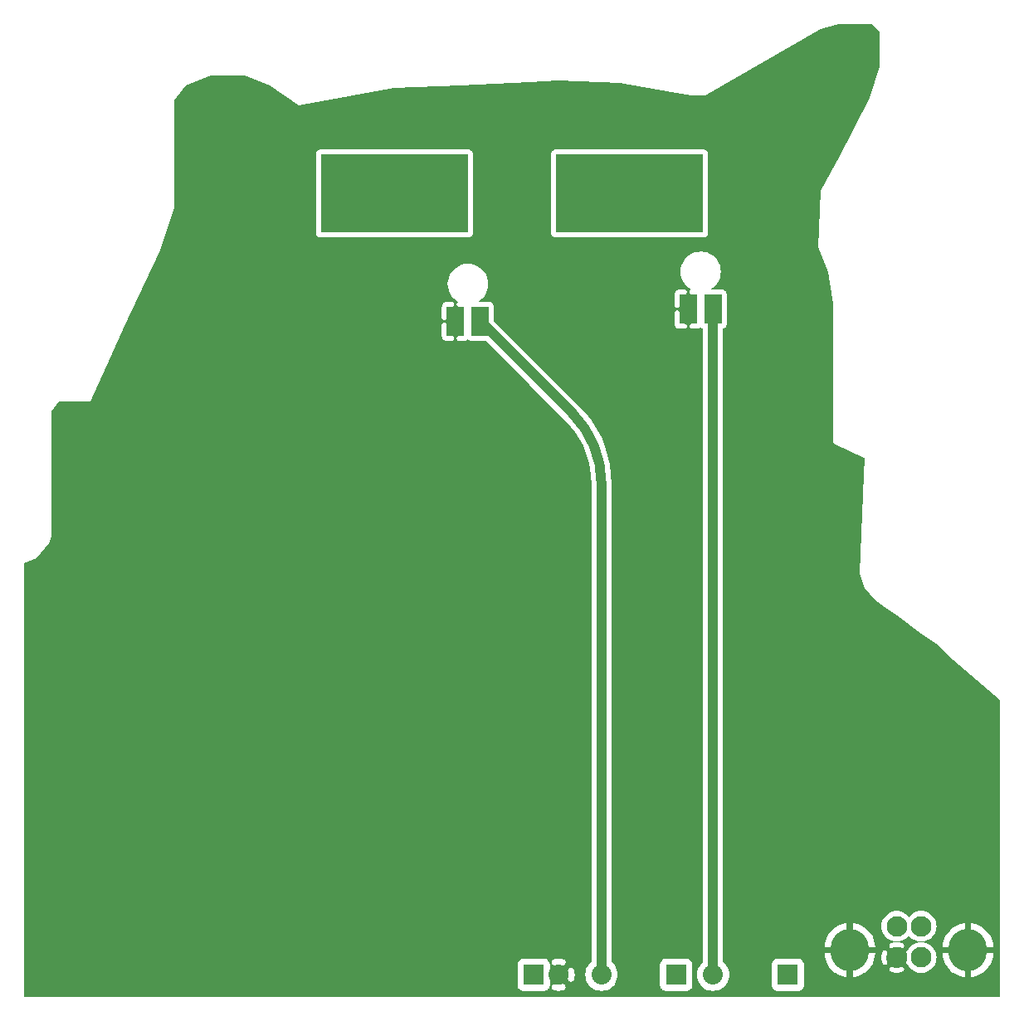
<source format=gbl>
G04 start of page 2 for group 8 layer_idx 1 *
G04 Title: (unknown), bottom_copper *
G04 Creator: pcb-rnd 3.1.5-dev *
G04 CreationDate: 2024-04-03 12:21:39 UTC *
G04 For: STEM4ukraine *
G04 Format: Gerber/RS-274X *
G04 PCB-Dimensions: 393701 393701 *
G04 PCB-Coordinate-Origin: lower left *
%MOIN*%
%FSLAX25Y25*%
%LNBOTTOM_COPPER_NONE_8*%
%ADD25C,0.1220*%
%ADD24C,0.0394*%
%ADD23C,0.0374*%
%ADD22C,0.0800*%
%ADD21C,0.1535*%
%ADD20C,0.0827*%
%ADD19C,0.0400*%
%ADD18C,0.0001*%
G54D18*G36*
X273262Y269630D02*X273553Y269509D01*
X273638Y269489D01*
Y14974D01*
X273152Y14560D01*
Y269697D01*
X273262Y269630D01*
G37*
G36*
X392717Y120079D02*Y984D01*
X385700D01*
Y10455D01*
X386000Y10639D01*
X387219Y11679D01*
X388259Y12897D01*
X389096Y14263D01*
X389709Y15743D01*
X390083Y17301D01*
X390150Y18435D01*
X385700D01*
Y20935D01*
X390150D01*
X390083Y22069D01*
X389709Y23627D01*
X389096Y25107D01*
X388259Y26473D01*
X387219Y27691D01*
X386000Y28731D01*
X385700Y28915D01*
Y126286D01*
X392717Y120079D01*
G37*
G36*
X385700Y126286D02*Y28915D01*
X384635Y29568D01*
X383155Y30181D01*
X381597Y30555D01*
X381250Y30583D01*
Y20935D01*
X385700D01*
Y18435D01*
X381250D01*
Y8787D01*
X381597Y8815D01*
X383155Y9189D01*
X384635Y9802D01*
X385700Y10455D01*
Y984D01*
X374300D01*
Y10455D01*
X375365Y9802D01*
X376845Y9189D01*
X378403Y8815D01*
X378750Y8787D01*
Y18435D01*
X374300D01*
Y20935D01*
X378750D01*
Y30583D01*
X378403Y30555D01*
X376845Y30181D01*
X375365Y29568D01*
X374300Y28915D01*
Y136370D01*
X385700Y126286D01*
G37*
G36*
X367126Y142717D02*X374300Y136370D01*
Y28915D01*
X374000Y28731D01*
X372781Y27691D01*
X371741Y26473D01*
X370904Y25107D01*
X370291Y23627D01*
X369917Y22069D01*
X369850Y20935D01*
X374300D01*
Y18435D01*
X369850D01*
X369917Y17301D01*
X370291Y15743D01*
X370904Y14263D01*
X371741Y12897D01*
X372781Y11679D01*
X374000Y10639D01*
X374300Y10455D01*
Y984D01*
X361211D01*
Y10580D01*
X361220Y10580D01*
X362183Y10655D01*
X363122Y10881D01*
X364014Y11250D01*
X364837Y11755D01*
X365571Y12382D01*
X366198Y13116D01*
X366703Y13939D01*
X367072Y14831D01*
X367298Y15770D01*
X367354Y16732D01*
X367298Y17695D01*
X367072Y18634D01*
X366703Y19526D01*
X366198Y20349D01*
X365571Y21083D01*
X364837Y21710D01*
X364014Y22214D01*
X363122Y22584D01*
X362183Y22809D01*
X361220Y22885D01*
X361211Y22884D01*
Y23179D01*
X361220Y23178D01*
X362183Y23254D01*
X363122Y23479D01*
X364014Y23849D01*
X364837Y24353D01*
X365571Y24980D01*
X366198Y25714D01*
X366703Y26537D01*
X367072Y27429D01*
X367298Y28368D01*
X367354Y29331D01*
X367298Y30293D01*
X367072Y31232D01*
X366703Y32124D01*
X366198Y32947D01*
X365571Y33681D01*
X364837Y34308D01*
X364014Y34813D01*
X363122Y35182D01*
X362183Y35408D01*
X361220Y35483D01*
X361211Y35483D01*
Y146975D01*
X367126Y142717D01*
G37*
G36*
X351380Y984D02*Y10598D01*
X351648D01*
X352186Y10646D01*
X352717Y10740D01*
X353238Y10881D01*
X353745Y11067D01*
X353886Y11138D01*
X354014Y11232D01*
X354125Y11344D01*
X354218Y11472D01*
X354289Y11613D01*
X354337Y11763D01*
X354362Y11920D01*
X354361Y12078D01*
X354336Y12234D01*
X354287Y12384D01*
X354214Y12524D01*
X354121Y12652D01*
X354009Y12763D01*
X353881Y12856D01*
X353740Y12927D01*
X353589Y12975D01*
X353433Y13000D01*
X353275Y12999D01*
X353119Y12974D01*
X352970Y12922D01*
X352631Y12793D01*
X352280Y12698D01*
X351922Y12634D01*
X351560Y12602D01*
X351380D01*
Y20862D01*
X351560D01*
X351922Y20830D01*
X352280Y20767D01*
X352631Y20672D01*
X352972Y20547D01*
X353120Y20495D01*
X353276Y20469D01*
X353433Y20469D01*
X353589Y20493D01*
X353738Y20541D01*
X353879Y20612D01*
X354006Y20704D01*
X354118Y20815D01*
X354211Y20942D01*
X354283Y21082D01*
X354332Y21232D01*
X354357Y21387D01*
X354358Y21545D01*
X354334Y21700D01*
X354285Y21850D01*
X354214Y21991D01*
X354122Y22118D01*
X354011Y22230D01*
X353884Y22323D01*
X353743Y22392D01*
X353238Y22583D01*
X352717Y22724D01*
X352186Y22819D01*
X351648Y22866D01*
X351380D01*
Y23178D01*
X352340Y23254D01*
X353279Y23479D01*
X354171Y23849D01*
X354994Y24353D01*
X355729Y24980D01*
X356299Y25648D01*
X356870Y24980D01*
X357604Y24353D01*
X358427Y23849D01*
X359319Y23479D01*
X360258Y23254D01*
X361211Y23179D01*
Y22884D01*
X360258Y22809D01*
X359319Y22584D01*
X358427Y22214D01*
X357604Y21710D01*
X356870Y21083D01*
X356243Y20349D01*
X355830Y19675D01*
X355727Y19641D01*
X355586Y19569D01*
X355458Y19476D01*
X355347Y19363D01*
X355255Y19235D01*
X355183Y19094D01*
X355135Y18944D01*
X355111Y18788D01*
X355111Y18630D01*
X355136Y18474D01*
X355188Y18325D01*
X355254Y18153D01*
X355143Y17695D01*
X355068Y16732D01*
X355143Y15770D01*
X355254Y15308D01*
X355192Y15138D01*
X355140Y14990D01*
X355115Y14835D01*
X355115Y14677D01*
X355139Y14522D01*
X355187Y14372D01*
X355258Y14231D01*
X355350Y14104D01*
X355461Y13992D01*
X355588Y13899D01*
X355728Y13827D01*
X355827Y13795D01*
X356243Y13116D01*
X356870Y12382D01*
X357604Y11755D01*
X358427Y11250D01*
X359319Y10881D01*
X360258Y10655D01*
X361211Y10580D01*
Y984D01*
X351380D01*
G37*
G36*
X361211Y146975D02*Y35483D01*
X360258Y35408D01*
X359319Y35182D01*
X358427Y34813D01*
X357604Y34308D01*
X356870Y33681D01*
X356299Y33013D01*
X355729Y33681D01*
X354994Y34308D01*
X354171Y34813D01*
X353279Y35182D01*
X352340Y35408D01*
X351380Y35483D01*
Y154054D01*
X361211Y146975D01*
G37*
G36*
X347027Y24980D02*X347761Y24353D01*
X348585Y23849D01*
X349477Y23479D01*
X350415Y23254D01*
X351378Y23178D01*
X351380Y23178D01*
Y22866D01*
X351108D01*
X350570Y22819D01*
X350039Y22724D01*
X349517Y22583D01*
X349011Y22397D01*
X348870Y22326D01*
X348742Y22233D01*
X348631Y22121D01*
X348538Y21993D01*
X348467Y21852D01*
X348418Y21701D01*
X348394Y21545D01*
X348395Y21387D01*
X348420Y21231D01*
X348469Y21081D01*
X348541Y20940D01*
X348635Y20813D01*
X348747Y20701D01*
X348875Y20609D01*
X349016Y20538D01*
X349166Y20489D01*
X349323Y20465D01*
X349481Y20465D01*
X349637Y20491D01*
X349786Y20543D01*
X350125Y20672D01*
X350476Y20767D01*
X350834Y20830D01*
X351196Y20862D01*
X351380D01*
Y12602D01*
X351196D01*
X350834Y12634D01*
X350476Y12698D01*
X350125Y12793D01*
X349784Y12918D01*
X349636Y12970D01*
X349480Y12995D01*
X349323Y12996D01*
X349167Y12971D01*
X349018Y12923D01*
X348877Y12852D01*
X348749Y12760D01*
X348638Y12649D01*
X348545Y12522D01*
X348473Y12382D01*
X348424Y12233D01*
X348399Y12077D01*
X348398Y11920D01*
X348422Y11764D01*
X348471Y11614D01*
X348542Y11474D01*
X348634Y11346D01*
X348745Y11235D01*
X348872Y11142D01*
X349013Y11073D01*
X349517Y10881D01*
X350039Y10740D01*
X350570Y10646D01*
X351108Y10598D01*
X351380D01*
Y984D01*
X346445D01*
Y13767D01*
X346565Y13749D01*
X346723Y13749D01*
X346879Y13774D01*
X347029Y13824D01*
X347170Y13896D01*
X347298Y13989D01*
X347409Y14101D01*
X347501Y14229D01*
X347573Y14370D01*
X347621Y14521D01*
X347645Y14677D01*
X347645Y14835D01*
X347620Y14991D01*
X347567Y15140D01*
X347438Y15480D01*
X347344Y15831D01*
X347280Y16188D01*
X347248Y16551D01*
Y16914D01*
X347280Y17276D01*
X347344Y17634D01*
X347438Y17985D01*
X347564Y18326D01*
X347616Y18475D01*
X347641Y18630D01*
X347641Y18787D01*
X347617Y18943D01*
X347569Y19093D01*
X347498Y19233D01*
X347406Y19361D01*
X347295Y19472D01*
X347168Y19565D01*
X347028Y19637D01*
X346878Y19686D01*
X346723Y19711D01*
X346565Y19712D01*
X346445Y19693D01*
Y25662D01*
X347027Y24980D01*
G37*
G36*
X351380Y154054D02*Y35483D01*
X351378Y35483D01*
X350415Y35408D01*
X349477Y35182D01*
X348585Y34813D01*
X347761Y34308D01*
X347027Y33681D01*
X346445Y32999D01*
Y157607D01*
X351380Y154054D01*
G37*
G36*
X338583Y165354D02*X342520Y160433D01*
X346445Y157607D01*
Y32999D01*
X346400Y32947D01*
X345896Y32124D01*
X345526Y31232D01*
X345301Y30293D01*
X345225Y29331D01*
X345301Y28368D01*
X345526Y27429D01*
X345896Y26537D01*
X346400Y25714D01*
X346445Y25662D01*
Y19693D01*
X346410Y19688D01*
X346260Y19640D01*
X346120Y19569D01*
X345992Y19477D01*
X345880Y19366D01*
X345787Y19239D01*
X345718Y19097D01*
X345527Y18593D01*
X345386Y18072D01*
X345292Y17540D01*
X345244Y17002D01*
Y16462D01*
X345292Y15925D01*
X345386Y15393D01*
X345527Y14872D01*
X345713Y14365D01*
X345784Y14224D01*
X345877Y14096D01*
X345989Y13985D01*
X346118Y13892D01*
X346259Y13821D01*
X346409Y13773D01*
X346445Y13767D01*
Y984D01*
X338298D01*
Y10455D01*
X338599Y10639D01*
X339817Y11679D01*
X340857Y12897D01*
X341694Y14263D01*
X342307Y15743D01*
X342681Y17301D01*
X342748Y18435D01*
X338298D01*
Y20935D01*
X342748D01*
X342681Y22069D01*
X342307Y23627D01*
X341694Y25107D01*
X340857Y26473D01*
X339817Y27691D01*
X338599Y28731D01*
X338298Y28915D01*
Y166207D01*
X338583Y165354D01*
G37*
G36*
Y217520D02*X338298Y210838D01*
Y217651D01*
X338583Y217520D01*
G37*
G36*
X338298Y217651D02*Y210838D01*
X336614Y171260D01*
X338298Y166207D01*
Y28915D01*
X337233Y29568D01*
X335753Y30181D01*
X334195Y30555D01*
X333848Y30583D01*
Y20935D01*
X338298D01*
Y18435D01*
X333848D01*
Y8787D01*
X334195Y8815D01*
X335753Y9189D01*
X337233Y9802D01*
X338298Y10455D01*
Y984D01*
X326898D01*
Y10455D01*
X327964Y9802D01*
X329444Y9189D01*
X331001Y8815D01*
X331348Y8787D01*
Y18435D01*
X326898D01*
Y20935D01*
X331348D01*
Y30583D01*
X331001Y30555D01*
X329444Y30181D01*
X327964Y29568D01*
X326898Y28915D01*
Y222912D01*
X338298Y217651D01*
G37*
G36*
X327756Y391732D02*X341535D01*
X344488Y388780D01*
Y375000D01*
X340551Y362205D01*
X327756Y337598D01*
X326898Y336006D01*
Y391487D01*
X327756Y391732D01*
G37*
G36*
X320866Y389764D02*X326898Y391487D01*
Y336006D01*
X320866Y324803D01*
X319882Y302165D01*
X323819Y292323D01*
X325787Y279528D01*
Y223425D01*
X326898Y222912D01*
Y28915D01*
X326598Y28731D01*
X325380Y27691D01*
X324340Y26473D01*
X323503Y25107D01*
X322890Y23627D01*
X322516Y22069D01*
X322449Y20935D01*
X326898D01*
Y18435D01*
X322449D01*
X322516Y17301D01*
X322890Y15743D01*
X323503Y14263D01*
X324340Y12897D01*
X325380Y11679D01*
X326598Y10639D01*
X326898Y10455D01*
Y984D01*
X307638D01*
Y3343D01*
X311540D01*
X311638Y3335D01*
X312030Y3366D01*
X312030Y3366D01*
X312413Y3458D01*
X312776Y3608D01*
X313112Y3814D01*
X313411Y4069D01*
X313667Y4369D01*
X313872Y4704D01*
X314023Y5068D01*
X314115Y5450D01*
X314146Y5843D01*
X314138Y5941D01*
Y13745D01*
X314146Y13843D01*
X314115Y14235D01*
X314115Y14235D01*
X314023Y14617D01*
X313872Y14981D01*
X313667Y15317D01*
X313411Y15616D01*
X313112Y15871D01*
X312776Y16077D01*
X312413Y16227D01*
X312030Y16319D01*
X311638Y16350D01*
X311540Y16343D01*
X307638D01*
Y382165D01*
X320866Y389764D01*
G37*
G36*
X274606Y363189D02*X307638Y382165D01*
Y16343D01*
X303736D01*
X303638Y16350D01*
X303246Y16319D01*
X303246Y16319D01*
X302863Y16227D01*
X302499Y16077D01*
X302164Y15871D01*
X301865Y15616D01*
X301609Y15317D01*
X301403Y14981D01*
X301253Y14617D01*
X301161Y14235D01*
X301130Y13843D01*
X301138Y13745D01*
Y5940D01*
X301130Y5843D01*
X301161Y5450D01*
X301161Y5450D01*
X301253Y5068D01*
X301403Y4704D01*
X301609Y4369D01*
X301865Y4069D01*
X302164Y3814D01*
X302499Y3608D01*
X302863Y3458D01*
X303246Y3366D01*
X303638Y3335D01*
X303736Y3343D01*
X307638D01*
Y984D01*
X273152D01*
Y5125D01*
X273805Y4568D01*
X274678Y4033D01*
X275623Y3642D01*
X276618Y3403D01*
X277638Y3322D01*
X278658Y3403D01*
X279653Y3642D01*
X280598Y4033D01*
X281470Y4568D01*
X282248Y5232D01*
X282913Y6010D01*
X283447Y6882D01*
X283839Y7828D01*
X284078Y8823D01*
X284138Y9843D01*
X284078Y10862D01*
X283839Y11857D01*
X283447Y12803D01*
X282913Y13675D01*
X282248Y14453D01*
X281638Y14974D01*
Y269498D01*
X281683Y269509D01*
X281974Y269630D01*
X282242Y269794D01*
X282482Y269999D01*
X282686Y270238D01*
X282851Y270507D01*
X282971Y270797D01*
X283044Y271103D01*
X283069Y271417D01*
X283063Y271496D01*
Y283150D01*
X283069Y283228D01*
X283044Y283542D01*
X282971Y283848D01*
X282850Y284139D01*
X282686Y284408D01*
X282482Y284647D01*
X282242Y284851D01*
X281974Y285016D01*
X281683Y285136D01*
X281377Y285210D01*
X281063Y285235D01*
X280985Y285228D01*
X276567D01*
X277415Y285748D01*
X278385Y286576D01*
X279213Y287546D01*
X279879Y288633D01*
X280367Y289811D01*
X280665Y291051D01*
X280740Y292323D01*
X280665Y293594D01*
X280367Y294834D01*
X279879Y296013D01*
X279213Y297100D01*
X278385Y298070D01*
X277415Y298898D01*
X276328Y299564D01*
X275149Y300052D01*
X273909Y300350D01*
X273152Y300410D01*
Y306071D01*
X273544D01*
X273622Y306065D01*
X273936Y306089D01*
X273936Y306089D01*
X274242Y306163D01*
X274533Y306283D01*
X274801Y306448D01*
X275041Y306652D01*
X275245Y306892D01*
X275410Y307160D01*
X275530Y307451D01*
X275604Y307757D01*
X275628Y308071D01*
X275622Y308149D01*
Y339489D01*
X275628Y339567D01*
X275604Y339881D01*
X275604Y339881D01*
X275530Y340187D01*
X275410Y340478D01*
X275245Y340746D01*
X275041Y340986D01*
X274801Y341190D01*
X274533Y341354D01*
X274242Y341475D01*
X273936Y341548D01*
X273622Y341573D01*
X273544Y341567D01*
X273152D01*
Y363189D01*
X274606D01*
G37*
G36*
X262994Y269794D02*X263262Y269630D01*
X263553Y269509D01*
X263859Y269436D01*
X264173Y269411D01*
X264252Y269417D01*
X266118D01*
X266275Y269427D01*
X266428Y269463D01*
X266574Y269524D01*
X266708Y269606D01*
X266827Y269708D01*
X266930Y269828D01*
X267012Y269962D01*
X267072Y270107D01*
X267109Y270260D01*
X267121Y270417D01*
X267109Y270574D01*
X267072Y270727D01*
X267012Y270873D01*
X266930Y271007D01*
X266827Y271127D01*
X266708Y271229D01*
X266574Y271311D01*
X266428Y271371D01*
X266275Y271408D01*
X266173Y271414D01*
X266173Y271417D01*
X269057D01*
X269057Y271414D01*
X268961Y271408D01*
X268808Y271371D01*
X268663Y271311D01*
X268529Y271229D01*
X268409Y271127D01*
X268307Y271007D01*
X268224Y270873D01*
X268164Y270727D01*
X268127Y270574D01*
X268115Y270417D01*
X268127Y270260D01*
X268164Y270107D01*
X268224Y269962D01*
X268307Y269828D01*
X268409Y269708D01*
X268529Y269606D01*
X268663Y269524D01*
X268808Y269463D01*
X268961Y269427D01*
X269118Y269417D01*
X270985D01*
X271063Y269411D01*
X271377Y269436D01*
X271683Y269509D01*
X271974Y269630D01*
X272242Y269794D01*
X272482Y269999D01*
X272618Y270159D01*
X272755Y269999D01*
X272994Y269794D01*
X273152Y269697D01*
Y14560D01*
X273027Y14453D01*
X272363Y13675D01*
X271828Y12803D01*
X271437Y11857D01*
X271198Y10862D01*
X271118Y9843D01*
X271198Y8823D01*
X271437Y7828D01*
X271828Y6882D01*
X272363Y6010D01*
X273027Y5232D01*
X273152Y5125D01*
Y984D01*
X262795D01*
Y3343D01*
X266697D01*
X266795Y3335D01*
X267187Y3366D01*
X267188Y3366D01*
X267570Y3458D01*
X267934Y3608D01*
X268269Y3814D01*
X268568Y4069D01*
X268824Y4369D01*
X269030Y4704D01*
X269180Y5068D01*
X269272Y5450D01*
X269303Y5843D01*
X269295Y5941D01*
Y13745D01*
X269303Y13843D01*
X269272Y14235D01*
X269272Y14235D01*
X269180Y14617D01*
X269030Y14981D01*
X268824Y15317D01*
X268568Y15616D01*
X268269Y15871D01*
X267934Y16077D01*
X267570Y16227D01*
X267188Y16319D01*
X266795Y16350D01*
X266697Y16343D01*
X262795D01*
Y269964D01*
X262994Y269794D01*
G37*
G36*
X262863Y277869D02*X263016Y277832D01*
X263173Y277820D01*
X263330Y277832D01*
X263483Y277869D01*
X263629Y277929D01*
X263763Y278011D01*
X263883Y278114D01*
X263985Y278233D01*
X264067Y278367D01*
X264127Y278513D01*
X264164Y278666D01*
X264173Y278823D01*
Y275823D01*
X264164Y275980D01*
X264127Y276133D01*
X264067Y276278D01*
X263985Y276412D01*
X263883Y276532D01*
X263763Y276634D01*
X263629Y276717D01*
X263483Y276777D01*
X263330Y276814D01*
X263173Y276826D01*
X263016Y276814D01*
X262863Y276777D01*
X262795Y276749D01*
Y277897D01*
X262863Y277869D01*
G37*
G36*
X273152Y306071D02*Y300410D01*
X272638Y300450D01*
X271366Y300350D01*
X270126Y300052D01*
X268948Y299564D01*
X267861Y298898D01*
X266891Y298070D01*
X266063Y297100D01*
X265396Y296013D01*
X264908Y294834D01*
X264611Y293594D01*
X264510Y292323D01*
X264611Y291051D01*
X264908Y289811D01*
X265396Y288633D01*
X266063Y287546D01*
X266891Y286576D01*
X267861Y285748D01*
X268793Y285176D01*
X268663Y285122D01*
X268529Y285040D01*
X268409Y284938D01*
X268307Y284818D01*
X268224Y284684D01*
X268164Y284538D01*
X268127Y284385D01*
X268115Y284228D01*
X268127Y284071D01*
X268164Y283918D01*
X268224Y283773D01*
X268307Y283639D01*
X268409Y283519D01*
X268529Y283417D01*
X268663Y283335D01*
X268808Y283274D01*
X268961Y283238D01*
X269057Y283232D01*
X269057Y283228D01*
X266173D01*
X266173Y283232D01*
X266275Y283238D01*
X266428Y283274D01*
X266574Y283335D01*
X266708Y283417D01*
X266827Y283519D01*
X266930Y283639D01*
X267012Y283773D01*
X267072Y283918D01*
X267109Y284071D01*
X267121Y284228D01*
X267109Y284385D01*
X267072Y284538D01*
X267012Y284684D01*
X266930Y284818D01*
X266827Y284938D01*
X266708Y285040D01*
X266574Y285122D01*
X266428Y285182D01*
X266275Y285219D01*
X266118Y285228D01*
X264252D01*
X264173Y285235D01*
X263859Y285210D01*
X263553Y285136D01*
X263262Y285016D01*
X262994Y284851D01*
X262795Y284682D01*
Y306071D01*
X273152D01*
G37*
G36*
X268701Y363189D02*X273152D01*
Y341567D01*
X262795D01*
Y364207D01*
X268701Y363189D01*
G37*
G36*
X262795Y306071D02*Y284682D01*
X262755Y284647D01*
X262550Y284408D01*
X262386Y284139D01*
X262265Y283848D01*
X262192Y283542D01*
X262167Y283228D01*
X262173Y283150D01*
Y278823D01*
X262182Y278666D01*
X262219Y278513D01*
X262279Y278367D01*
X262362Y278233D01*
X262464Y278114D01*
X262584Y278011D01*
X262718Y277929D01*
X262795Y277897D01*
Y276749D01*
X262718Y276717D01*
X262584Y276634D01*
X262464Y276532D01*
X262362Y276412D01*
X262279Y276278D01*
X262219Y276133D01*
X262182Y275980D01*
X262173Y275823D01*
Y271496D01*
X262167Y271417D01*
X262192Y271103D01*
X262265Y270797D01*
X262386Y270507D01*
X262550Y270238D01*
X262755Y269999D01*
X262795Y269964D01*
Y16343D01*
X258893D01*
X258795Y16350D01*
X258403Y16319D01*
X258403Y16319D01*
X258020Y16227D01*
X257657Y16077D01*
X257321Y15871D01*
X257022Y15616D01*
X256766Y15317D01*
X256561Y14981D01*
X256410Y14617D01*
X256318Y14235D01*
X256288Y13843D01*
X256295Y13745D01*
Y5940D01*
X256288Y5843D01*
X256318Y5450D01*
X256318Y5450D01*
X256410Y5068D01*
X256561Y4704D01*
X256766Y4369D01*
X257022Y4069D01*
X257321Y3814D01*
X257657Y3608D01*
X258020Y3458D01*
X258403Y3366D01*
X258795Y3335D01*
X258893Y3343D01*
X262795D01*
Y984D01*
X220673D01*
Y7001D01*
X220754Y7008D01*
X220946Y7054D01*
X221127Y7131D01*
X221294Y7234D01*
X221443Y7363D01*
X221570Y7513D01*
X221672Y7681D01*
X221743Y7865D01*
X221899Y8417D01*
X222000Y8983D01*
X222051Y9555D01*
Y10130D01*
X222000Y10702D01*
X221899Y11268D01*
X221749Y11822D01*
X221676Y12006D01*
X221573Y12174D01*
X221446Y12325D01*
X221297Y12454D01*
X221129Y12558D01*
X220947Y12634D01*
X220755Y12681D01*
X220673Y12688D01*
Y229921D01*
X222285Y227820D01*
X223972Y225172D01*
X225422Y222386D01*
X226624Y219484D01*
X227569Y216489D01*
X228248Y213423D01*
X228658Y210309D01*
X228795Y207172D01*
Y14974D01*
X228185Y14453D01*
X227520Y13675D01*
X226986Y12803D01*
X226594Y11857D01*
X226355Y10862D01*
X226275Y9843D01*
X226355Y8823D01*
X226594Y7828D01*
X226986Y6882D01*
X227520Y6010D01*
X228185Y5232D01*
X228963Y4568D01*
X229835Y4033D01*
X230780Y3642D01*
X231775Y3403D01*
X232795Y3322D01*
X233815Y3403D01*
X234810Y3642D01*
X235755Y4033D01*
X236628Y4568D01*
X237406Y5232D01*
X238070Y6010D01*
X238605Y6882D01*
X238996Y7828D01*
X239235Y8823D01*
X239295Y9843D01*
X239235Y10862D01*
X238996Y11857D01*
X238605Y12803D01*
X238070Y13675D01*
X237406Y14453D01*
X236795Y14974D01*
Y207172D01*
X236795Y207173D01*
X236670Y211010D01*
X236168Y214819D01*
X235336Y218570D01*
X234181Y222235D01*
X232711Y225785D01*
X230937Y229193D01*
X228872Y232433D01*
X226533Y235481D01*
X223938Y238314D01*
X223491Y238701D01*
X220673Y241519D01*
Y306071D01*
X262795D01*
G37*
G36*
X215553Y984D02*Y3343D01*
X215838D01*
X216411Y3393D01*
X216977Y3494D01*
X217531Y3645D01*
X217714Y3718D01*
X217883Y3820D01*
X218034Y3948D01*
X218163Y4097D01*
X218267Y4265D01*
X218343Y4447D01*
X218390Y4639D01*
X218407Y4835D01*
X218392Y5032D01*
X218347Y5224D01*
X218272Y5407D01*
X218170Y5576D01*
X218043Y5726D01*
X217893Y5855D01*
X217725Y5959D01*
X217543Y6036D01*
X217352Y6083D01*
X217155Y6099D01*
X216958Y6085D01*
X216767Y6036D01*
X216427Y5940D01*
X216080Y5878D01*
X215728Y5846D01*
X215553D01*
Y13839D01*
X215728D01*
X216080Y13807D01*
X216427Y13745D01*
X216768Y13653D01*
X216959Y13604D01*
X217155Y13590D01*
X217351Y13606D01*
X217542Y13653D01*
X217724Y13729D01*
X217891Y13833D01*
X218040Y13961D01*
X218167Y14112D01*
X218269Y14280D01*
X218343Y14462D01*
X218388Y14654D01*
X218403Y14850D01*
X218386Y15046D01*
X218339Y15237D01*
X218263Y15418D01*
X218159Y15586D01*
X218031Y15735D01*
X217881Y15862D01*
X217712Y15964D01*
X217529Y16034D01*
X216977Y16191D01*
X216411Y16292D01*
X215838Y16343D01*
X215553D01*
Y235325D01*
X217841Y233038D01*
X218227Y232603D01*
X220373Y230312D01*
X220673Y229921D01*
Y12688D01*
X220558Y12698D01*
X220362Y12683D01*
X220169Y12638D01*
X219987Y12564D01*
X219818Y12461D01*
X219667Y12334D01*
X219538Y12184D01*
X219434Y12017D01*
X219358Y11835D01*
X219311Y11643D01*
X219294Y11446D01*
X219309Y11250D01*
X219358Y11059D01*
X219454Y10719D01*
X219516Y10371D01*
X219547Y10019D01*
Y9666D01*
X219516Y9314D01*
X219454Y8966D01*
X219361Y8625D01*
X219313Y8435D01*
X219298Y8239D01*
X219315Y8043D01*
X219362Y7852D01*
X219438Y7670D01*
X219541Y7503D01*
X219670Y7354D01*
X219820Y7227D01*
X219989Y7125D01*
X220171Y7051D01*
X220362Y7006D01*
X220558Y6991D01*
X220673Y7001D01*
Y984D01*
X215553D01*
G37*
G36*
X220673Y306071D02*Y241519D01*
X215553Y246639D01*
Y306071D01*
X220673D01*
G37*
G36*
X240157Y368110D02*X262795Y364207D01*
Y341567D01*
X215553D01*
Y369094D01*
X240157Y368110D01*
G37*
G36*
X203979Y984D02*Y3343D01*
X209453D01*
X209551Y3335D01*
X209943Y3366D01*
X209943Y3366D01*
X210326Y3458D01*
X210690Y3608D01*
X211025Y3814D01*
X211324Y4069D01*
X211580Y4369D01*
X211786Y4704D01*
X211936Y5068D01*
X212028Y5450D01*
X212059Y5843D01*
X212051Y5941D01*
Y13745D01*
X212059Y13843D01*
X212028Y14235D01*
X212028Y14235D01*
X211936Y14617D01*
X211786Y14981D01*
X211580Y15317D01*
X211324Y15616D01*
X211025Y15871D01*
X210690Y16077D01*
X210326Y16227D01*
X209943Y16319D01*
X209551Y16350D01*
X209453Y16343D01*
X203979D01*
Y246899D01*
X215553Y235325D01*
Y16343D01*
X215264D01*
X214691Y16292D01*
X214126Y16191D01*
X213571Y16040D01*
X213388Y15967D01*
X213219Y15865D01*
X213069Y15737D01*
X212940Y15588D01*
X212836Y15420D01*
X212759Y15238D01*
X212712Y15046D01*
X212696Y14850D01*
X212710Y14653D01*
X212755Y14461D01*
X212830Y14278D01*
X212932Y14109D01*
X213060Y13959D01*
X213209Y13830D01*
X213377Y13726D01*
X213559Y13649D01*
X213751Y13602D01*
X213947Y13586D01*
X214144Y13600D01*
X214335Y13649D01*
X214675Y13745D01*
X215023Y13807D01*
X215375Y13839D01*
X215553D01*
Y5846D01*
X215375D01*
X215023Y5878D01*
X214675Y5940D01*
X214334Y6032D01*
X214144Y6081D01*
X213947Y6095D01*
X213751Y6079D01*
X213560Y6032D01*
X213379Y5956D01*
X213212Y5852D01*
X213063Y5724D01*
X212936Y5573D01*
X212834Y5405D01*
X212759Y5223D01*
X212714Y5032D01*
X212700Y4835D01*
X212716Y4639D01*
X212763Y4448D01*
X212839Y4267D01*
X212943Y4099D01*
X213071Y3951D01*
X213222Y3823D01*
X213390Y3722D01*
X213573Y3651D01*
X214126Y3494D01*
X214691Y3393D01*
X215264Y3343D01*
X215553D01*
Y984D01*
X203979D01*
G37*
G36*
X215551Y369094D02*X215553Y369094D01*
Y341567D01*
X214645D01*
X214567Y341573D01*
X214253Y341548D01*
X214253Y341548D01*
X213947Y341475D01*
X213656Y341354D01*
X213388Y341190D01*
X213148Y340986D01*
X212944Y340746D01*
X212779Y340478D01*
X212659Y340187D01*
X212585Y339881D01*
X212561Y339567D01*
X212567Y339488D01*
Y308149D01*
X212561Y308071D01*
X212585Y307757D01*
X212585Y307757D01*
X212659Y307451D01*
X212779Y307160D01*
X212944Y306892D01*
X213148Y306652D01*
X213388Y306448D01*
X213656Y306283D01*
X213947Y306163D01*
X214253Y306089D01*
X214567Y306065D01*
X214645Y306071D01*
X215553D01*
Y246639D01*
X203979Y258213D01*
Y368516D01*
X215551Y369094D01*
G37*
G36*
X176181Y367126D02*X203979Y368516D01*
Y258213D01*
X189559Y272633D01*
Y278229D01*
X189565Y278307D01*
X189541Y278621D01*
X189467Y278927D01*
X189347Y279218D01*
X189182Y279486D01*
X188978Y279726D01*
X188738Y279930D01*
X188470Y280095D01*
X188179Y280215D01*
X187873Y280289D01*
X187559Y280313D01*
X187481Y280307D01*
X183064D01*
X183911Y280826D01*
X184881Y281655D01*
X185709Y282624D01*
X186375Y283712D01*
X186863Y284890D01*
X187161Y286130D01*
X187236Y287402D01*
X187161Y288673D01*
X186863Y289913D01*
X186375Y291091D01*
X185709Y292179D01*
X184881Y293148D01*
X183911Y293977D01*
X182824Y294643D01*
X181645Y295131D01*
X180405Y295429D01*
X179134Y295529D01*
X177862Y295429D01*
X176622Y295131D01*
X175444Y294643D01*
X174357Y293977D01*
X173387Y293148D01*
X172559Y292179D01*
X171892Y291091D01*
X171404Y289913D01*
X171107Y288673D01*
X171007Y287402D01*
X171107Y286130D01*
X171404Y284890D01*
X171892Y283712D01*
X172559Y282624D01*
X173387Y281655D01*
X174357Y280826D01*
X175289Y280255D01*
X175159Y280201D01*
X175025Y280119D01*
X174905Y280016D01*
X174803Y279897D01*
X174720Y279762D01*
X174660Y279617D01*
X174623Y279464D01*
X174611Y279307D01*
X174623Y279150D01*
X174660Y278997D01*
X174720Y278852D01*
X174803Y278717D01*
X174905Y278598D01*
X175025Y278496D01*
X175159Y278413D01*
X175304Y278353D01*
X175457Y278316D01*
X175553Y278311D01*
X175553Y278307D01*
X172669D01*
X172669Y278310D01*
X172771Y278316D01*
X172924Y278353D01*
X173070Y278413D01*
X173204Y278496D01*
X173323Y278598D01*
X173426Y278717D01*
X173508Y278852D01*
X173568Y278997D01*
X173605Y279150D01*
X173617Y279307D01*
X173605Y279464D01*
X173568Y279617D01*
X173508Y279762D01*
X173426Y279897D01*
X173323Y280016D01*
X173204Y280119D01*
X173070Y280201D01*
X172924Y280261D01*
X172771Y280298D01*
X172614Y280307D01*
X170748D01*
X170669Y280313D01*
X170355Y280289D01*
X170049Y280215D01*
X169759Y280095D01*
X169490Y279930D01*
X169251Y279726D01*
X169046Y279486D01*
X168882Y279218D01*
X168761Y278927D01*
X168688Y278621D01*
X168663Y278307D01*
X168669Y278229D01*
Y273902D01*
X168679Y273745D01*
X168715Y273592D01*
X168776Y273446D01*
X168858Y273312D01*
X168960Y273192D01*
X169080Y273090D01*
X169214Y273008D01*
X169359Y272948D01*
X169512Y272911D01*
X169669Y272898D01*
X169826Y272911D01*
X169979Y272948D01*
X170125Y273008D01*
X170259Y273090D01*
X170379Y273192D01*
X170481Y273312D01*
X170563Y273446D01*
X170623Y273592D01*
X170660Y273745D01*
X170669Y273901D01*
Y270902D01*
X170660Y271058D01*
X170623Y271212D01*
X170563Y271357D01*
X170481Y271491D01*
X170379Y271611D01*
X170259Y271713D01*
X170125Y271795D01*
X169979Y271856D01*
X169826Y271892D01*
X169669Y271905D01*
X169512Y271892D01*
X169359Y271856D01*
X169214Y271795D01*
X169080Y271713D01*
X168960Y271611D01*
X168858Y271491D01*
X168776Y271357D01*
X168715Y271212D01*
X168679Y271058D01*
X168669Y270902D01*
Y266574D01*
X168663Y266496D01*
X168688Y266182D01*
X168761Y265876D01*
X168882Y265585D01*
X169046Y265317D01*
X169251Y265077D01*
X169490Y264873D01*
X169759Y264709D01*
X170049Y264588D01*
X170355Y264515D01*
X170669Y264490D01*
X170748Y264496D01*
X172614D01*
X172771Y264505D01*
X172924Y264542D01*
X173070Y264602D01*
X173204Y264685D01*
X173323Y264787D01*
X173426Y264906D01*
X173508Y265041D01*
X173568Y265186D01*
X173605Y265339D01*
X173617Y265496D01*
X173605Y265653D01*
X173568Y265806D01*
X173508Y265951D01*
X173426Y266086D01*
X173323Y266205D01*
X173204Y266308D01*
X173070Y266390D01*
X172924Y266450D01*
X172771Y266487D01*
X172669Y266493D01*
X172669Y266496D01*
X175553D01*
X175553Y266492D01*
X175457Y266487D01*
X175304Y266450D01*
X175159Y266390D01*
X175025Y266308D01*
X174905Y266205D01*
X174803Y266086D01*
X174720Y265951D01*
X174660Y265806D01*
X174623Y265653D01*
X174611Y265496D01*
X174623Y265339D01*
X174660Y265186D01*
X174720Y265041D01*
X174803Y264906D01*
X174905Y264787D01*
X175025Y264685D01*
X175159Y264602D01*
X175304Y264542D01*
X175457Y264505D01*
X175614Y264496D01*
X177481D01*
X177559Y264490D01*
X177873Y264515D01*
X178179Y264588D01*
X178470Y264709D01*
X178738Y264873D01*
X178978Y265077D01*
X179114Y265237D01*
X179251Y265077D01*
X179490Y264873D01*
X179759Y264709D01*
X180049Y264588D01*
X180355Y264515D01*
X180669Y264490D01*
X180748Y264496D01*
X186383D01*
X203979Y246899D01*
Y16343D01*
X201649D01*
X201551Y16350D01*
X201159Y16319D01*
X201159Y16319D01*
X200776Y16227D01*
X200413Y16077D01*
X200077Y15871D01*
X199778Y15616D01*
X199522Y15317D01*
X199317Y14981D01*
X199166Y14617D01*
X199074Y14235D01*
X199043Y13843D01*
X199051Y13745D01*
Y5940D01*
X199043Y5843D01*
X199074Y5450D01*
X199074Y5450D01*
X199166Y5068D01*
X199317Y4704D01*
X199522Y4369D01*
X199778Y4069D01*
X200077Y3814D01*
X200413Y3608D01*
X200776Y3458D01*
X201159Y3366D01*
X201551Y3335D01*
X201649Y3343D01*
X203979D01*
Y984D01*
X149606D01*
Y306071D01*
X179055D01*
X179134Y306065D01*
X179447Y306089D01*
X179448Y306089D01*
X179754Y306163D01*
X180045Y306283D01*
X180313Y306448D01*
X180552Y306652D01*
X180757Y306892D01*
X180921Y307160D01*
X181042Y307451D01*
X181115Y307757D01*
X181140Y308071D01*
X181134Y308149D01*
Y339489D01*
X181140Y339567D01*
X181115Y339881D01*
X181115Y339881D01*
X181042Y340187D01*
X180921Y340478D01*
X180757Y340746D01*
X180552Y340986D01*
X180313Y341190D01*
X180045Y341354D01*
X179754Y341475D01*
X179448Y341548D01*
X179134Y341573D01*
X179055Y341567D01*
X149606D01*
Y366142D01*
X176181Y367126D01*
G37*
G36*
X984Y175197D02*X5906Y177165D01*
X10827Y183071D01*
X11811Y186024D01*
Y236220D01*
X14764Y240157D01*
X27559D01*
X35433Y257874D01*
X41339Y270669D01*
X55118Y300197D01*
X61024Y317913D01*
Y361220D01*
X65945Y367126D01*
X75787Y371063D01*
X89567D01*
X99409Y367126D01*
X111220Y359252D01*
X149606Y366142D01*
Y341567D01*
X120157D01*
X120079Y341573D01*
X119765Y341548D01*
X119765Y341548D01*
X119459Y341475D01*
X119168Y341354D01*
X118900Y341190D01*
X118660Y340986D01*
X118456Y340746D01*
X118291Y340478D01*
X118171Y340187D01*
X118097Y339881D01*
X118073Y339567D01*
X118079Y339488D01*
Y308149D01*
X118073Y308071D01*
X118097Y307757D01*
X118097Y307757D01*
X118171Y307451D01*
X118291Y307160D01*
X118456Y306892D01*
X118660Y306652D01*
X118900Y306448D01*
X119168Y306283D01*
X119459Y306163D01*
X119765Y306089D01*
X120079Y306065D01*
X120157Y306071D01*
X149606D01*
Y984D01*
X984D01*
Y175197D01*
G37*
G54D19*X277638Y9843D02*Y277323D01*
X232795Y9843D02*Y207172D01*
X221080Y235456D02*X184134Y272402D01*
X232795Y207172D02*G75*G03X221080Y235456I-40000J0D01*G01*
G54D20*X351378Y29331D03*
Y16732D03*
G54D21*X332598Y20472D02*Y18898D01*
G54D18*G36*
X311638Y5843D02*X303638D01*
Y13843D01*
X311638D01*
Y5843D01*
G37*
G54D21*X380000Y20472D02*Y18898D01*
G54D20*X361220Y16732D03*
Y29331D03*
G54D22*X277638Y9843D03*
G54D18*G36*
X271063Y271417D02*X264173D01*
Y283228D01*
X271063D01*
Y271417D01*
G37*
G36*
X281063D02*X274173D01*
Y283228D01*
X281063D01*
Y271417D01*
G37*
G36*
X214567Y339567D02*X273622D01*
Y308071D01*
X214567D01*
Y339567D01*
G37*
G36*
X266795Y5843D02*X258795D01*
Y13843D01*
X266795D01*
Y5843D01*
G37*
G54D22*X232795Y9843D03*
G54D18*G36*
X209551Y13843D02*Y5843D01*
X201551D01*
Y13843D01*
X209551D01*
G37*
G54D22*X215551Y9843D03*
G54D18*G36*
X177559Y266496D02*X170669D01*
Y278307D01*
X177559D01*
Y266496D01*
G37*
G36*
X187559D02*X180669D01*
Y278307D01*
X187559D01*
Y266496D01*
G37*
G36*
X120079Y339567D02*X179134D01*
Y308071D01*
X120079D01*
Y339567D01*
G37*
G54D23*G54D24*G54D23*G54D24*G54D25*G54D24*G54D25*M02*

</source>
